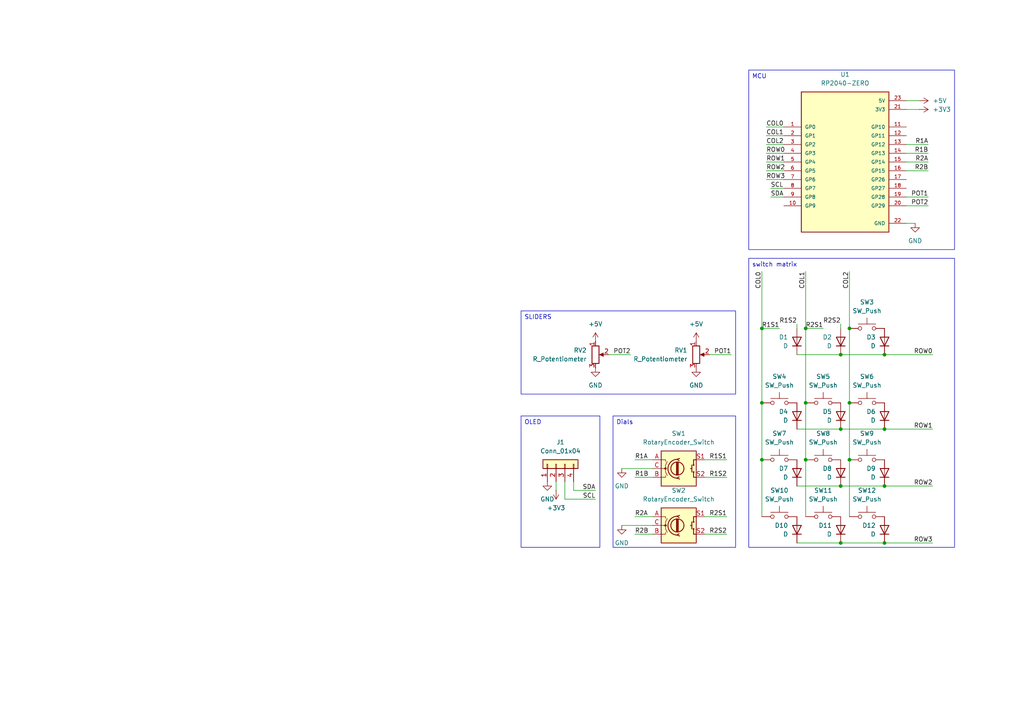
<source format=kicad_sch>
(kicad_sch (version 20250114) (generator "eeschema") (generator_version "9.0")
  (paper "A4")
  (lib_symbols
    (symbol "Connector_Generic:Conn_01x04" (pin_names (offset 1.016) (hide yes))
      (property "Reference" "J" (at 0 5.08 0))
      (property "Value" "Conn_01x04" (at 0 -7.62 0))
      (symbol "Conn_01x04_1_1"
        (rectangle (start -1.27 3.81) (end 1.27 -6.35) (stroke (width 0.254)) (fill (type background)))
        (rectangle (start -1.27 2.667) (end 0 2.413) (stroke (width 0.1524)))
        (rectangle (start -1.27 0.127) (end 0 -0.127) (stroke (width 0.1524)))
        (rectangle (start -1.27 -2.413) (end 0 -2.667) (stroke (width 0.1524)))
        (rectangle (start -1.27 -4.953) (end 0 -5.207) (stroke (width 0.1524)))
        (pin passive line (at -5.08 2.54 0) (length 3.81) (name "Pin_1") (number "1"))
        (pin passive line (at -5.08 0 0) (length 3.81) (name "Pin_2") (number "2"))
        (pin passive line (at -5.08 -2.54 0) (length 3.81) (name "Pin_3") (number "3"))
        (pin passive line (at -5.08 -5.08 0) (length 3.81) (name "Pin_4") (number "4"))
      )
    )
    (symbol "Device:D" (pin_numbers (hide yes)) (pin_names (offset 1.016) (hide yes))
      (property "Reference" "D" (at 0 2.54 0))
      (property "Value" "D" (at 0 -2.54 0))
      (symbol "D_0_1"
        (polyline (pts (xy -1.27 1.27) (xy -1.27 -1.27)) (stroke (width 0.254)))
        (polyline (pts (xy 1.27 1.27) (xy 1.27 -1.27) (xy -1.27 0) (xy 1.27 1.27)) (stroke (width 0.254)))
        (polyline (pts (xy 1.27 0) (xy -1.27 0)))
      )
      (symbol "D_1_1"
        (pin passive line (at -3.81 0 0) (length 2.54) (name "K") (number "1"))
        (pin passive line (at 3.81 0 180) (length 2.54) (name "A") (number "2"))
      )
    )
    (symbol "Device:R_Potentiometer" (pin_names (offset 1.016) (hide yes))
      (property "Reference" "RV" (at -4.445 0 90))
      (property "Value" "R_Potentiometer" (at -2.54 0 90))
      (symbol "R_Potentiometer_0_1"
        (rectangle (start 1.016 2.54) (end -1.016 -2.54) (stroke (width 0.254)))
        (polyline (pts (xy 1.143 0) (xy 2.286 0.508) (xy 2.286 -0.508) (xy 1.143 0)) (fill (type outline)))
        (polyline (pts (xy 2.54 0) (xy 1.524 0)))
      )
      (symbol "R_Potentiometer_1_1"
        (pin passive line (at 0 3.81 270) (length 1.27) (name "1") (number "1"))
        (pin passive line (at 0 -3.81 90) (length 1.27) (name "3") (number "3"))
        (pin passive line (at 3.81 0 180) (length 1.27) (name "2") (number "2"))
      )
    )
    (symbol "Device:RotaryEncoder_Switch" (pin_names (offset 0.254) (hide yes))
      (property "Reference" "SW" (at 0 6.604 0))
      (property "Value" "RotaryEncoder_Switch" (at 0 -6.604 0))
      (symbol "RotaryEncoder_Switch_0_1"
        (rectangle (start -5.08 5.08) (end 5.08 -5.08) (stroke (width 0.254)) (fill (type background)))
        (polyline (pts (xy -5.08 2.54) (xy -3.81 2.54) (xy -3.81 2.032)))
        (polyline (pts (xy -5.08 0) (xy -3.81 0) (xy -3.81 -1.016) (xy -3.302 -2.032)))
        (polyline (pts (xy -5.08 -2.54) (xy -3.81 -2.54) (xy -3.81 -2.032)))
        (polyline (pts (xy -4.318 0) (xy -3.81 0) (xy -3.81 1.016) (xy -3.302 2.032)))
        (circle (center -3.81 0) (radius 0.254) (fill (type outline)))
        (polyline (pts (xy -0.635 -1.778) (xy -0.635 1.778)) (stroke (width 0.254)))
        (circle (center -0.381 0) (radius 1.905) (stroke (width 0.254)))
        (polyline (pts (xy -0.381 -1.778) (xy -0.381 1.778)) (stroke (width 0.254)))
        (arc (start -0.381 -2.794) (mid -3.0988 -0.0635) (end -0.381 2.667) (stroke (width 0.254)))
        (polyline (pts (xy -0.127 1.778) (xy -0.127 -1.778)) (stroke (width 0.254)))
        (polyline (pts (xy 0.254 2.921) (xy -0.508 2.667) (xy 0.127 2.286)) (stroke (width 0.254)))
        (polyline (pts (xy 0.254 -3.048) (xy -0.508 -2.794) (xy 0.127 -2.413)) (stroke (width 0.254)))
        (polyline (pts (xy 3.81 1.016) (xy 3.81 -1.016)) (stroke (width 0.254)))
        (polyline (pts (xy 3.81 0) (xy 3.429 0)) (stroke (width 0.254)))
        (circle (center 4.318 1.016) (radius 0.127) (stroke (width 0.254)))
        (circle (center 4.318 -1.016) (radius 0.127) (stroke (width 0.254)))
        (polyline (pts (xy 5.08 2.54) (xy 4.318 2.54) (xy 4.318 1.016)) (stroke (width 0.254)))
        (polyline (pts (xy 5.08 -2.54) (xy 4.318 -2.54) (xy 4.318 -1.016)) (stroke (width 0.254)))
      )
      (symbol "RotaryEncoder_Switch_1_1"
        (pin passive line (at -7.62 2.54 0) (length 2.54) (name "A") (number "A"))
        (pin passive line (at -7.62 0 0) (length 2.54) (name "C") (number "C"))
        (pin passive line (at -7.62 -2.54 0) (length 2.54) (name "B") (number "B"))
        (pin passive line (at 7.62 2.54 180) (length 2.54) (name "S1") (number "S1"))
        (pin passive line (at 7.62 -2.54 180) (length 2.54) (name "S2") (number "S2"))
      )
    )
    (symbol "RP2040-ZERO:RP2040-ZERO" (pin_names (offset 1.016))
      (property "Reference" "U" (at -12.7 21.082 0))
      (property "Value" "RP2040-ZERO" (at -12.7 -22.86 0))
      (symbol "RP2040-ZERO_0_0"
        (rectangle (start -12.7 -20.32) (end 12.7 20.32) (stroke (width 0.254)) (fill (type background)))
        (pin bidirectional line (at -17.78 10.16 0) (length 5.08) (name "GP0") (number "1"))
        (pin bidirectional line (at -17.78 7.62 0) (length 5.08) (name "GP1") (number "2"))
        (pin bidirectional line (at -17.78 5.08 0) (length 5.08) (name "GP2") (number "3"))
        (pin bidirectional line (at -17.78 2.54 0) (length 5.08) (name "GP3") (number "4"))
        (pin bidirectional line (at -17.78 0 0) (length 5.08) (name "GP4") (number "5"))
        (pin bidirectional line (at -17.78 -2.54 0) (length 5.08) (name "GP5") (number "6"))
        (pin bidirectional line (at -17.78 -5.08 0) (length 5.08) (name "GP6") (number "7"))
        (pin bidirectional line (at -17.78 -7.62 0) (length 5.08) (name "GP7") (number "8"))
        (pin bidirectional line (at -17.78 -10.16 0) (length 5.08) (name "GP8") (number "9"))
        (pin bidirectional line (at -17.78 -12.7 0) (length 5.08) (name "GP9") (number "10"))
        (pin power_in line (at 17.78 17.78 180) (length 5.08) (name "5V") (number "23"))
        (pin power_in line (at 17.78 15.24 180) (length 5.08) (name "3V3") (number "21"))
        (pin bidirectional line (at 17.78 10.16 180) (length 5.08) (name "GP10") (number "11"))
        (pin bidirectional line (at 17.78 7.62 180) (length 5.08) (name "GP11") (number "12"))
        (pin bidirectional line (at 17.78 5.08 180) (length 5.08) (name "GP12") (number "13"))
        (pin bidirectional line (at 17.78 2.54 180) (length 5.08) (name "GP13") (number "14"))
        (pin bidirectional line (at 17.78 0 180) (length 5.08) (name "GP14") (number "15"))
        (pin bidirectional line (at 17.78 -2.54 180) (length 5.08) (name "GP15") (number "16"))
        (pin bidirectional line (at 17.78 -5.08 180) (length 5.08) (name "GP26") (number "17"))
        (pin bidirectional line (at 17.78 -7.62 180) (length 5.08) (name "GP27") (number "18"))
        (pin bidirectional line (at 17.78 -10.16 180) (length 5.08) (name "GP28") (number "19"))
        (pin bidirectional line (at 17.78 -12.7 180) (length 5.08) (name "GP29") (number "20"))
        (pin power_in line (at 17.78 -17.78 180) (length 5.08) (name "GND") (number "22"))
      )
    )
    (symbol "Switch:SW_Push" (pin_numbers (hide yes)) (pin_names (offset 1.016) (hide yes))
      (property "Reference" "SW" (at 1.27 2.54 0))
      (property "Value" "SW_Push" (at 0 -1.524 0))
      (symbol "SW_Push_0_1"
        (circle (center -2.032 0) (radius 0.508))
        (polyline (pts (xy 0 1.27) (xy 0 3.048)))
        (circle (center 2.032 0) (radius 0.508))
        (polyline (pts (xy 2.54 1.27) (xy -2.54 1.27)))
        (pin passive line (at -5.08 0 0) (length 2.54) (name "1") (number "1"))
        (pin passive line (at 5.08 0 180) (length 2.54) (name "2") (number "2"))
      )
    )
    (symbol "power:+3V3" (power) (pin_numbers (hide yes)) (pin_names (offset 0) (hide yes))
      (property "Value" "+3V3" (at 0 3.556 0))
      (symbol "+3V3_0_1"
        (polyline (pts (xy -0.762 1.27) (xy 0 2.54)))
        (polyline (pts (xy 0 2.54) (xy 0.762 1.27)))
        (polyline (pts (xy 0 0) (xy 0 2.54)))
      )
      (symbol "+3V3_1_1"
        (pin power_in line (at 0 0 90) (length 0) (name "~") (number "1"))
      )
    )
    (symbol "power:+5V" (power) (pin_numbers (hide yes)) (pin_names (offset 0) (hide yes))
      (property "Value" "+5V" (at 0 3.556 0))
      (symbol "+5V_0_1"
        (polyline (pts (xy -0.762 1.27) (xy 0 2.54)))
        (polyline (pts (xy 0 2.54) (xy 0.762 1.27)))
        (polyline (pts (xy 0 0) (xy 0 2.54)))
      )
      (symbol "+5V_1_1"
        (pin power_in line (at 0 0 90) (length 0) (name "~") (number "1"))
      )
    )
    (symbol "power:GND" (power) (pin_numbers (hide yes)) (pin_names (offset 0) (hide yes))
      (property "Value" "GND" (at 0 -3.81 0))
      (symbol "GND_0_1"
        (polyline (pts (xy 0 0) (xy 0 -1.27) (xy 1.27 -1.27) (xy 0 -2.54) (xy -1.27 -1.27) (xy 0 -1.27)))
      )
      (symbol "GND_1_1"
        (pin power_in line (at 0 0 270) (length 0) (name "~") (number "1"))
      )
    )
  )
  (text_box "OLED\n" (at 151.13 120.65 0) (size 22.86 38.1) (margins 0.9525 0.9525 0.9525 0.9525) (effects (font (size 1.27 1.27)) (justify left top)))
  (text_box "SLIDERS" (at 151.13 90.17 0) (size 62.23 24.13) (margins 0.9525 0.9525 0.9525 0.9525) (effects (font (size 1.27 1.27)) (justify left top)))
  (text_box "switch matrix" (at 217.17 74.93 0) (size 59.69 83.82) (margins 0.9525 0.9525 0.9525 0.9525) (effects (font (size 1.27 1.27)) (justify left top)))
  (text_box "MCU\n" (at 217.17 20.32 0) (size 59.69 52.07) (margins 0.9525 0.9525 0.9525 0.9525) (effects (font (size 1.27 1.27)) (justify left top)))
  (text_box "Dials" (at 177.8 120.65 0) (size 35.56 38.1) (margins 0.9525 0.9525 0.9525 0.9525) (effects (font (size 1.27 1.27)) (justify left top)))
  (junction (at 256.54 124.46))
  (junction (at 233.68 95.25))
  (junction (at 256.54 157.48))
  (junction (at 246.38 133.35))
  (junction (at 246.38 116.84))
  (junction (at 233.68 133.35))
  (junction (at 243.84 157.48))
  (junction (at 243.84 124.46))
  (junction (at 220.98 133.35))
  (junction (at 233.68 116.84))
  (junction (at 256.54 140.97))
  (junction (at 256.54 102.87))
  (junction (at 243.84 140.97))
  (junction (at 246.38 95.25))
  (junction (at 220.98 95.25))
  (junction (at 243.84 102.87))
  (junction (at 220.98 116.84))
  (wire (pts (xy 166.37 139.7) (xy 166.37 142.24)))
  (wire (pts (xy 233.68 116.84) (xy 233.68 133.35)))
  (wire (pts (xy 262.89 41.91) (xy 269.24 41.91)))
  (wire (pts (xy 243.84 124.46) (xy 256.54 124.46)))
  (wire (pts (xy 180.34 135.89) (xy 189.23 135.89)))
  (wire (pts (xy 262.89 59.69) (xy 269.24 59.69)))
  (wire (pts (xy 176.53 102.87) (xy 182.88 102.87)))
  (wire (pts (xy 220.98 133.35) (xy 220.98 149.86)))
  (wire (pts (xy 233.68 95.25) (xy 233.68 116.84)))
  (wire (pts (xy 220.98 95.25) (xy 226.06 95.25)))
  (wire (pts (xy 262.89 46.99) (xy 269.24 46.99)))
  (wire (pts (xy 222.25 36.83) (xy 227.33 36.83)))
  (wire (pts (xy 184.15 149.86) (xy 189.23 149.86)))
  (wire (pts (xy 243.84 93.98) (xy 243.84 95.25)))
  (wire (pts (xy 243.84 102.87) (xy 256.54 102.87)))
  (wire (pts (xy 222.25 44.45) (xy 227.33 44.45)))
  (wire (pts (xy 184.15 133.35) (xy 189.23 133.35)))
  (wire (pts (xy 231.14 124.46) (xy 243.84 124.46)))
  (wire (pts (xy 222.25 52.07) (xy 227.33 52.07)))
  (wire (pts (xy 246.38 78.74) (xy 246.38 95.25)))
  (wire (pts (xy 243.84 140.97) (xy 256.54 140.97)))
  (wire (pts (xy 231.14 93.98) (xy 231.14 95.25)))
  (wire (pts (xy 184.15 154.94) (xy 189.23 154.94)))
  (wire (pts (xy 204.47 154.94) (xy 210.82 154.94)))
  (wire (pts (xy 262.89 31.75) (xy 266.7 31.75)))
  (wire (pts (xy 246.38 116.84) (xy 246.38 133.35)))
  (wire (pts (xy 180.34 152.4) (xy 189.23 152.4)))
  (wire (pts (xy 220.98 95.25) (xy 220.98 116.84)))
  (wire (pts (xy 163.83 144.78) (xy 172.72 144.78)))
  (wire (pts (xy 270.51 102.87) (xy 256.54 102.87)))
  (wire (pts (xy 184.15 138.43) (xy 189.23 138.43)))
  (wire (pts (xy 270.51 124.46) (xy 256.54 124.46)))
  (wire (pts (xy 243.84 157.48) (xy 256.54 157.48)))
  (wire (pts (xy 231.14 140.97) (xy 243.84 140.97)))
  (wire (pts (xy 163.83 139.7) (xy 163.83 144.78)))
  (wire (pts (xy 231.14 102.87) (xy 243.84 102.87)))
  (wire (pts (xy 256.54 157.48) (xy 270.51 157.48)))
  (wire (pts (xy 223.52 57.15) (xy 227.33 57.15)))
  (wire (pts (xy 222.25 46.99) (xy 227.33 46.99)))
  (wire (pts (xy 161.29 139.7) (xy 161.29 142.24)))
  (wire (pts (xy 205.74 102.87) (xy 212.09 102.87)))
  (wire (pts (xy 204.47 133.35) (xy 210.82 133.35)))
  (wire (pts (xy 222.25 39.37) (xy 227.33 39.37)))
  (wire (pts (xy 270.51 140.97) (xy 256.54 140.97)))
  (wire (pts (xy 262.89 44.45) (xy 269.24 44.45)))
  (wire (pts (xy 233.68 133.35) (xy 233.68 149.86)))
  (wire (pts (xy 204.47 149.86) (xy 210.82 149.86)))
  (wire (pts (xy 223.52 54.61) (xy 227.33 54.61)))
  (wire (pts (xy 246.38 133.35) (xy 246.38 149.86)))
  (wire (pts (xy 222.25 41.91) (xy 227.33 41.91)))
  (wire (pts (xy 220.98 116.84) (xy 220.98 133.35)))
  (wire (pts (xy 166.37 142.24) (xy 172.72 142.24)))
  (wire (pts (xy 231.14 157.48) (xy 243.84 157.48)))
  (wire (pts (xy 233.68 95.25) (xy 238.76 95.25)))
  (wire (pts (xy 262.89 64.77) (xy 265.43 64.77)))
  (wire (pts (xy 262.89 57.15) (xy 269.24 57.15)))
  (wire (pts (xy 220.98 78.74) (xy 220.98 95.25)))
  (wire (pts (xy 246.38 95.25) (xy 246.38 116.84)))
  (wire (pts (xy 204.47 138.43) (xy 210.82 138.43)))
  (wire (pts (xy 233.68 78.74) (xy 233.68 95.25)))
  (wire (pts (xy 262.89 29.21) (xy 266.7 29.21)))
  (wire (pts (xy 222.25 49.53) (xy 227.33 49.53)))
  (wire (pts (xy 262.89 49.53) (xy 269.24 49.53)))
  (label "R2B" (at 184.15 154.94 0))
  (label "R1B" (at 269.24 44.45 180))
  (label "R1S2" (at 231.14 93.98 180))
  (label "R1S2" (at 210.82 138.43 180))
  (label "R2S2" (at 243.84 93.98 180))
  (label "COL1" (at 222.25 39.37 0))
  (label "ROW1" (at 222.25 46.99 0))
  (label "R2A" (at 269.24 46.99 180))
  (label "ROW2" (at 270.51 140.97 180))
  (label "ROW1" (at 270.51 124.46 180))
  (label "ROW3" (at 222.25 52.07 0))
  (label "COL0" (at 222.25 36.83 0))
  (label "COL1" (at 233.68 78.74 270))
  (label "ROW0" (at 270.51 102.87 180))
  (label "POT2" (at 269.24 59.69 180))
  (label "R2S2" (at 210.82 154.94 180))
  (label "R1A" (at 269.24 41.91 180))
  (label "SCL" (at 172.72 144.78 180))
  (label "COL0" (at 220.98 78.74 270))
  (label "R2A" (at 184.15 149.86 0))
  (label "R1B" (at 184.15 138.43 0))
  (label "R1S1" (at 226.06 95.25 180))
  (label "R2B" (at 269.24 49.53 180))
  (label "R2S1" (at 210.82 149.86 180))
  (label "POT2" (at 182.88 102.87 180))
  (label "SDA" (at 172.72 142.24 180))
  (label "ROW3" (at 270.51 157.48 180))
  (label "COL2" (at 246.38 78.74 270))
  (label "POT1" (at 212.09 102.87 180))
  (label "ROW2" (at 222.25 49.53 0))
  (label "R2S1" (at 238.76 95.25 180))
  (label "POT1" (at 269.24 57.15 180))
  (label "SCL" (at 223.52 54.61 0))
  (label "SDA" (at 223.52 57.15 0))
  (label "R1S1" (at 210.82 133.35 180))
  (label "ROW0" (at 222.25 44.45 0))
  (label "R1A" (at 184.15 133.35 0))
  (label "COL2" (at 222.25 41.91 0))
  (symbol (lib_id "Device:D") (at 256.54 153.67 270) (mirror x) (unit 1)
    (property "Reference" "D12" (at 254 152.3999 90) (effects (justify right)))
    (property "Value" "D" (at 254 154.9399 90) (effects (justify right)))
    (property "Footprint" "Diode_THT:D_DO-35_SOD27_P7.62mm_Horizontal" (effects (hide yes)))
    (property "Description" "Diode" (effects (hide yes)))
    (property "Sim.Device" "D" (effects (hide yes)))
    (property "Sim.Pins" "1=K 2=A" (effects (hide yes)))
  )
  (symbol (lib_id "Switch:SW_Push") (at 238.76 116.84 0) (unit 1)
    (property "Reference" "SW5" (at 238.76 109.22 0))
    (property "Value" "SW_Push" (at 238.76 111.76 0))
    (property "Footprint" "Button_Switch_Keyboard:SW_Cherry_MX_1.00u_PCB" (effects (hide yes)))
    (property "Description" "Push button switch, generic, two pins" (effects (hide yes)))
  )
  (symbol (lib_id "RP2040-ZERO:RP2040-ZERO") (at 245.11 46.99 0) (unit 1)
    (property "Reference" "U1" (at 245.11 21.59 0))
    (property "Value" "RP2040-ZERO" (at 245.11 24.13 0))
    (property "Footprint" "RP2040-ZERO:MODULE_RP2040-ZERO" (effects (hide yes)))
    (property "MF" "Waveshare Electronics" (effects (hide yes)))
    (property "MAXIMUM_PACKAGE_HEIGHT" "5.35mm" (effects (hide yes)))
    (property "Package" "Package" (effects (hide yes)))
    (property "Price" "None" (effects (hide yes)))
    (property "Check_prices" "https://www.snapeda.com/parts/RP2040-ZERO/Waveshare+Electronics/view-part/?ref=eda" (effects (hide yes)))
    (property "STANDARD" "Manufacturer Recommendations" (effects (hide yes)))
    (property "PARTREV" "NA" (effects (hide yes)))
    (property "SnapEDA_Link" "https://www.snapeda.com/parts/RP2040-ZERO/Waveshare+Electronics/view-part/?ref=snap" (effects (hide yes)))
    (property "MP" "RP2040-ZERO" (effects (hide yes)))
    (property "Description_1" "Low-Cost, High-Performance Pico-Like MCU Board Based On Raspberry Pi Microcontroller RP2040" (effects (hide yes)))
    (property "Availability" "Not in stock" (effects (hide yes)))
    (property "MANUFACTURER" "Waveshare" (effects (hide yes)))
  )
  (symbol (lib_id "Device:D") (at 231.14 99.06 270) (mirror x) (unit 1)
    (property "Reference" "D1" (at 228.6 97.7899 90) (effects (justify right)))
    (property "Value" "D" (at 228.6 100.3299 90) (effects (justify right)))
    (property "Footprint" "Diode_THT:D_DO-35_SOD27_P7.62mm_Horizontal" (effects (hide yes)))
    (property "Description" "Diode" (effects (hide yes)))
    (property "Sim.Device" "D" (effects (hide yes)))
    (property "Sim.Pins" "1=K 2=A" (effects (hide yes)))
  )
  (symbol (lib_id "power:+3V3") (at 161.29 142.24 180) (unit 1)
    (property "Reference" "#PWR02" (effects (hide yes)))
    (property "Value" "+3V3" (at 161.29 147.32 0))
    (property "Description" "Power symbol creates a global label with name \"+3V3\"" (effects (hide yes)))
  )
  (symbol (lib_id "Device:D") (at 256.54 137.16 270) (mirror x) (unit 1)
    (property "Reference" "D9" (at 254 135.8899 90) (effects (justify right)))
    (property "Value" "D" (at 254 138.4299 90) (effects (justify right)))
    (property "Footprint" "Diode_THT:D_DO-35_SOD27_P7.62mm_Horizontal" (effects (hide yes)))
    (property "Description" "Diode" (effects (hide yes)))
    (property "Sim.Device" "D" (effects (hide yes)))
    (property "Sim.Pins" "1=K 2=A" (effects (hide yes)))
  )
  (symbol (lib_id "Device:D") (at 231.14 137.16 270) (mirror x) (unit 1)
    (property "Reference" "D7" (at 228.6 135.8899 90) (effects (justify right)))
    (property "Value" "D" (at 228.6 138.4299 90) (effects (justify right)))
    (property "Footprint" "Diode_THT:D_DO-35_SOD27_P7.62mm_Horizontal" (effects (hide yes)))
    (property "Description" "Diode" (effects (hide yes)))
    (property "Sim.Device" "D" (effects (hide yes)))
    (property "Sim.Pins" "1=K 2=A" (effects (hide yes)))
  )
  (symbol (lib_id "Switch:SW_Push") (at 226.06 133.35 0) (unit 1)
    (property "Reference" "SW7" (at 226.06 125.73 0))
    (property "Value" "SW_Push" (at 226.06 128.27 0))
    (property "Footprint" "Button_Switch_Keyboard:SW_Cherry_MX_1.00u_PCB" (effects (hide yes)))
    (property "Description" "Push button switch, generic, two pins" (effects (hide yes)))
  )
  (symbol (lib_id "Switch:SW_Push") (at 238.76 149.86 0) (unit 1)
    (property "Reference" "SW11" (at 238.76 142.24 0))
    (property "Value" "SW_Push" (at 238.76 144.78 0))
    (property "Footprint" "Button_Switch_Keyboard:SW_Cherry_MX_1.00u_PCB" (effects (hide yes)))
    (property "Description" "Push button switch, generic, two pins" (effects (hide yes)))
  )
  (symbol (lib_id "power:+5V") (at 172.72 99.06 0) (unit 1)
    (property "Reference" "#PWR05" (effects (hide yes)))
    (property "Value" "+5V" (at 172.72 93.98 0))
    (property "Description" "Power symbol creates a global label with name \"+5V\"" (effects (hide yes)))
  )
  (symbol (lib_id "Device:D") (at 243.84 99.06 270) (mirror x) (unit 1)
    (property "Reference" "D2" (at 241.3 97.7899 90) (effects (justify right)))
    (property "Value" "D" (at 241.3 100.3299 90) (effects (justify right)))
    (property "Footprint" "Diode_THT:D_DO-35_SOD27_P7.62mm_Horizontal" (effects (hide yes)))
    (property "Description" "Diode" (effects (hide yes)))
    (property "Sim.Device" "D" (effects (hide yes)))
    (property "Sim.Pins" "1=K 2=A" (effects (hide yes)))
  )
  (symbol (lib_id "Device:D") (at 243.84 120.65 270) (mirror x) (unit 1)
    (property "Reference" "D5" (at 241.3 119.3799 90) (effects (justify right)))
    (property "Value" "D" (at 241.3 121.9199 90) (effects (justify right)))
    (property "Footprint" "Diode_THT:D_DO-35_SOD27_P7.62mm_Horizontal" (effects (hide yes)))
    (property "Description" "Diode" (effects (hide yes)))
    (property "Sim.Device" "D" (effects (hide yes)))
    (property "Sim.Pins" "1=K 2=A" (effects (hide yes)))
  )
  (symbol (lib_id "power:+5V") (at 201.93 99.06 0) (unit 1)
    (property "Reference" "#PWR03" (effects (hide yes)))
    (property "Value" "+5V" (at 201.93 93.98 0))
    (property "Description" "Power symbol creates a global label with name \"+5V\"" (effects (hide yes)))
  )
  (symbol (lib_id "Switch:SW_Push") (at 226.06 116.84 0) (unit 1)
    (property "Reference" "SW4" (at 226.06 109.22 0))
    (property "Value" "SW_Push" (at 226.06 111.76 0))
    (property "Footprint" "Button_Switch_Keyboard:SW_Cherry_MX_1.00u_PCB" (effects (hide yes)))
    (property "Description" "Push button switch, generic, two pins" (effects (hide yes)))
  )
  (symbol (lib_id "power:GND") (at 265.43 64.77 0) (unit 1)
    (property "Reference" "#PWR011" (effects (hide yes)))
    (property "Value" "GND" (at 265.43 69.85 0))
    (property "Description" "Power symbol creates a global label with name \"GND\" , ground" (effects (hide yes)))
  )
  (symbol (lib_id "Device:RotaryEncoder_Switch") (at 196.85 152.4 0) (unit 1)
    (property "Reference" "SW2" (at 196.85 142.24 0))
    (property "Value" "RotaryEncoder_Switch" (at 196.85 144.78 0))
    (property "Footprint" "Rotary_Encoder:RotaryEncoder_Alps_EC11E-Switch_Vertical_H20mm" (effects (hide yes)))
    (property "Description" "Rotary encoder, dual channel, incremental quadrate outputs, with switch" (effects (hide yes)))
  )
  (symbol (lib_id "Switch:SW_Push") (at 251.46 133.35 0) (unit 1)
    (property "Reference" "SW9" (at 251.46 125.73 0))
    (property "Value" "SW_Push" (at 251.46 128.27 0))
    (property "Footprint" "Button_Switch_Keyboard:SW_Cherry_MX_1.00u_PCB" (effects (hide yes)))
    (property "Description" "Push button switch, generic, two pins" (effects (hide yes)))
  )
  (symbol (lib_id "Device:D") (at 256.54 99.06 270) (mirror x) (unit 1)
    (property "Reference" "D3" (at 254 97.7899 90) (effects (justify right)))
    (property "Value" "D" (at 254 100.3299 90) (effects (justify right)))
    (property "Footprint" "Diode_THT:D_DO-35_SOD27_P7.62mm_Horizontal" (effects (hide yes)))
    (property "Description" "Diode" (effects (hide yes)))
    (property "Sim.Device" "D" (effects (hide yes)))
    (property "Sim.Pins" "1=K 2=A" (effects (hide yes)))
  )
  (symbol (lib_id "power:+5V") (at 266.7 29.21 270) (unit 1)
    (property "Reference" "#PWR010" (effects (hide yes)))
    (property "Value" "+5V" (at 270.51 29.2099 90) (effects (justify left)))
    (property "Description" "Power symbol creates a global label with name \"+5V\"" (effects (hide yes)))
  )
  (symbol (lib_id "Device:D") (at 231.14 153.67 270) (mirror x) (unit 1)
    (property "Reference" "D10" (at 228.6 152.3999 90) (effects (justify right)))
    (property "Value" "D" (at 228.6 154.9399 90) (effects (justify right)))
    (property "Footprint" "Diode_THT:D_DO-35_SOD27_P7.62mm_Horizontal" (effects (hide yes)))
    (property "Description" "Diode" (effects (hide yes)))
    (property "Sim.Device" "D" (effects (hide yes)))
    (property "Sim.Pins" "1=K 2=A" (effects (hide yes)))
  )
  (symbol (lib_id "power:GND") (at 172.72 106.68 0) (unit 1)
    (property "Reference" "#PWR06" (effects (hide yes)))
    (property "Value" "GND" (at 172.72 111.76 0))
    (property "Description" "Power symbol creates a global label with name \"GND\" , ground" (effects (hide yes)))
  )
  (symbol (lib_id "Switch:SW_Push") (at 226.06 149.86 0) (unit 1)
    (property "Reference" "SW10" (at 226.06 142.24 0))
    (property "Value" "SW_Push" (at 226.06 144.78 0))
    (property "Footprint" "Button_Switch_Keyboard:SW_Cherry_MX_1.00u_PCB" (effects (hide yes)))
    (property "Description" "Push button switch, generic, two pins" (effects (hide yes)))
  )
  (symbol (lib_id "Device:D") (at 243.84 137.16 270) (mirror x) (unit 1)
    (property "Reference" "D8" (at 241.3 135.8899 90) (effects (justify right)))
    (property "Value" "D" (at 241.3 138.4299 90) (effects (justify right)))
    (property "Footprint" "Diode_THT:D_DO-35_SOD27_P7.62mm_Horizontal" (effects (hide yes)))
    (property "Description" "Diode" (effects (hide yes)))
    (property "Sim.Device" "D" (effects (hide yes)))
    (property "Sim.Pins" "1=K 2=A" (effects (hide yes)))
  )
  (symbol (lib_id "Device:R_Potentiometer") (at 172.72 102.87 0) (unit 1)
    (property "Reference" "RV2" (at 170.18 101.5999 0) (effects (justify right)))
    (property "Value" "R_Potentiometer" (at 170.18 104.1399 0) (effects (justify right)))
    (property "Footprint" "Potentiometer_THT:Potentiometer_Alps_RK09K_Single_Horizontal" (effects (hide yes)))
    (property "Description" "Potentiometer" (effects (hide yes)))
  )
  (symbol (lib_id "power:GND") (at 180.34 152.4 0) (unit 1)
    (property "Reference" "#PWR07" (effects (hide yes)))
    (property "Value" "GND" (at 180.34 157.48 0))
    (property "Description" "Power symbol creates a global label with name \"GND\" , ground" (effects (hide yes)))
  )
  (symbol (lib_id "power:+3V3") (at 266.7 31.75 270) (unit 1)
    (property "Reference" "#PWR09" (effects (hide yes)))
    (property "Value" "+3V3" (at 270.51 31.7499 90) (effects (justify left)))
    (property "Description" "Power symbol creates a global label with name \"+3V3\"" (effects (hide yes)))
  )
  (symbol (lib_id "Switch:SW_Push") (at 251.46 95.25 0) (unit 1)
    (property "Reference" "SW3" (at 251.46 87.63 0))
    (property "Value" "SW_Push" (at 251.46 90.17 0))
    (property "Footprint" "Button_Switch_Keyboard:SW_Cherry_MX_1.00u_PCB" (effects (hide yes)))
    (property "Description" "Push button switch, generic, two pins" (effects (hide yes)))
  )
  (symbol (lib_id "Device:D") (at 256.54 120.65 270) (mirror x) (unit 1)
    (property "Reference" "D6" (at 254 119.3799 90) (effects (justify right)))
    (property "Value" "D" (at 254 121.9199 90) (effects (justify right)))
    (property "Footprint" "Diode_THT:D_DO-35_SOD27_P7.62mm_Horizontal" (effects (hide yes)))
    (property "Description" "Diode" (effects (hide yes)))
    (property "Sim.Device" "D" (effects (hide yes)))
    (property "Sim.Pins" "1=K 2=A" (effects (hide yes)))
  )
  (symbol (lib_id "Switch:SW_Push") (at 238.76 133.35 0) (unit 1)
    (property "Reference" "SW8" (at 238.76 125.73 0))
    (property "Value" "SW_Push" (at 238.76 128.27 0))
    (property "Footprint" "Button_Switch_Keyboard:SW_Cherry_MX_1.00u_PCB" (effects (hide yes)))
    (property "Description" "Push button switch, generic, two pins" (effects (hide yes)))
  )
  (symbol (lib_id "Device:R_Potentiometer") (at 201.93 102.87 0) (unit 1)
    (property "Reference" "RV1" (at 199.39 101.5999 0) (effects (justify right)))
    (property "Value" "R_Potentiometer" (at 199.39 104.1399 0) (effects (justify right)))
    (property "Footprint" "Potentiometer_THT:Potentiometer_Alps_RK09K_Single_Horizontal" (effects (hide yes)))
    (property "Description" "Potentiometer" (effects (hide yes)))
  )
  (symbol (lib_id "power:GND") (at 180.34 135.89 0) (unit 1)
    (property "Reference" "#PWR08" (effects (hide yes)))
    (property "Value" "GND" (at 180.34 140.97 0))
    (property "Description" "Power symbol creates a global label with name \"GND\" , ground" (effects (hide yes)))
  )
  (symbol (lib_id "Device:D") (at 243.84 153.67 270) (mirror x) (unit 1)
    (property "Reference" "D11" (at 241.3 152.3999 90) (effects (justify right)))
    (property "Value" "D" (at 241.3 154.9399 90) (effects (justify right)))
    (property "Footprint" "Diode_THT:D_DO-35_SOD27_P7.62mm_Horizontal" (effects (hide yes)))
    (property "Description" "Diode" (effects (hide yes)))
    (property "Sim.Device" "D" (effects (hide yes)))
    (property "Sim.Pins" "1=K 2=A" (effects (hide yes)))
  )
  (symbol (lib_id "Connector_Generic:Conn_01x04") (at 161.29 134.62 90) (unit 1)
    (property "Reference" "J1" (at 162.56 128.27 90))
    (property "Value" "Conn_01x04" (at 162.56 130.81 90))
    (property "Footprint" "Connector_PinSocket_2.54mm:PinSocket_1x04_P2.54mm_Vertical" (effects (hide yes)))
    (property "Description" "Generic connector, single row, 01x04, script generated (kicad-library-utils/schlib/autogen/connector/)" (effects (hide yes)))
  )
  (symbol (lib_id "power:GND") (at 201.93 106.68 0) (unit 1)
    (property "Reference" "#PWR04" (effects (hide yes)))
    (property "Value" "GND" (at 201.93 111.76 0))
    (property "Description" "Power symbol creates a global label with name \"GND\" , ground" (effects (hide yes)))
  )
  (symbol (lib_id "Switch:SW_Push") (at 251.46 116.84 0) (unit 1)
    (property "Reference" "SW6" (at 251.46 109.22 0))
    (property "Value" "SW_Push" (at 251.46 111.76 0))
    (property "Footprint" "Button_Switch_Keyboard:SW_Cherry_MX_1.00u_PCB" (effects (hide yes)))
    (property "Description" "Push button switch, generic, two pins" (effects (hide yes)))
  )
  (symbol (lib_id "Device:RotaryEncoder_Switch") (at 196.85 135.89 0) (unit 1)
    (property "Reference" "SW1" (at 196.85 125.73 0))
    (property "Value" "RotaryEncoder_Switch" (at 196.85 128.27 0))
    (property "Footprint" "Rotary_Encoder:RotaryEncoder_Alps_EC11E-Switch_Vertical_H20mm" (effects (hide yes)))
    (property "Description" "Rotary encoder, dual channel, incremental quadrate outputs, with switch" (effects (hide yes)))
  )
  (symbol (lib_id "Device:D") (at 231.14 120.65 270) (mirror x) (unit 1)
    (property "Reference" "D4" (at 228.6 119.3799 90) (effects (justify right)))
    (property "Value" "D" (at 228.6 121.9199 90) (effects (justify right)))
    (property "Footprint" "Diode_THT:D_DO-35_SOD27_P7.62mm_Horizontal" (effects (hide yes)))
    (property "Description" "Diode" (effects (hide yes)))
    (property "Sim.Device" "D" (effects (hide yes)))
    (property "Sim.Pins" "1=K 2=A" (effects (hide yes)))
  )
  (symbol (lib_id "power:GND") (at 158.75 139.7 0) (unit 1)
    (property "Reference" "#PWR01" (effects (hide yes)))
    (property "Value" "GND" (at 158.75 144.78 0))
    (property "Description" "Power symbol creates a global label with name \"GND\" , ground" (effects (hide yes)))
  )
  (symbol (lib_id "Switch:SW_Push") (at 251.46 149.86 0) (unit 1)
    (property "Reference" "SW12" (at 251.46 142.24 0))
    (property "Value" "SW_Push" (at 251.46 144.78 0))
    (property "Footprint" "Button_Switch_Keyboard:SW_Cherry_MX_1.00u_PCB" (effects (hide yes)))
    (property "Description" "Push button switch, generic, two pins" (effects (hide yes)))
  )
)
</source>
